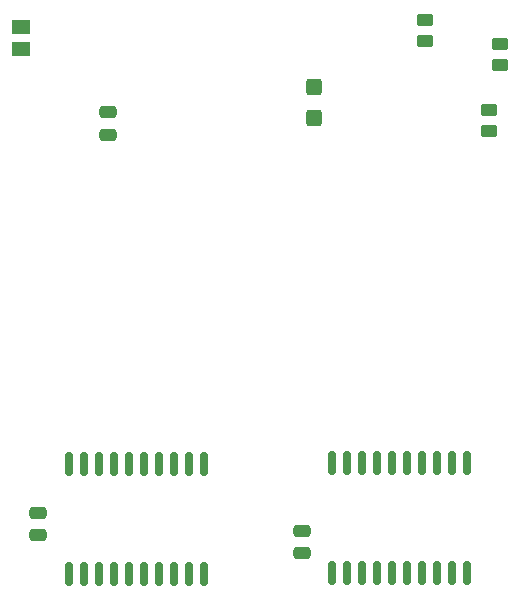
<source format=gbr>
%TF.GenerationSoftware,KiCad,Pcbnew,(6.0.4)*%
%TF.CreationDate,2023-08-14T23:38:21+02:00*%
%TF.ProjectId,TeensyROM,5465656e-7379-4524-9f4d-2e6b69636164,rev?*%
%TF.SameCoordinates,Original*%
%TF.FileFunction,Paste,Bot*%
%TF.FilePolarity,Positive*%
%FSLAX46Y46*%
G04 Gerber Fmt 4.6, Leading zero omitted, Abs format (unit mm)*
G04 Created by KiCad (PCBNEW (6.0.4)) date 2023-08-14 23:38:21*
%MOMM*%
%LPD*%
G01*
G04 APERTURE LIST*
G04 Aperture macros list*
%AMRoundRect*
0 Rectangle with rounded corners*
0 $1 Rounding radius*
0 $2 $3 $4 $5 $6 $7 $8 $9 X,Y pos of 4 corners*
0 Add a 4 corners polygon primitive as box body*
4,1,4,$2,$3,$4,$5,$6,$7,$8,$9,$2,$3,0*
0 Add four circle primitives for the rounded corners*
1,1,$1+$1,$2,$3*
1,1,$1+$1,$4,$5*
1,1,$1+$1,$6,$7*
1,1,$1+$1,$8,$9*
0 Add four rect primitives between the rounded corners*
20,1,$1+$1,$2,$3,$4,$5,0*
20,1,$1+$1,$4,$5,$6,$7,0*
20,1,$1+$1,$6,$7,$8,$9,0*
20,1,$1+$1,$8,$9,$2,$3,0*%
G04 Aperture macros list end*
%ADD10RoundRect,0.150000X-0.150000X0.875000X-0.150000X-0.875000X0.150000X-0.875000X0.150000X0.875000X0*%
%ADD11RoundRect,0.250000X0.425000X-0.450000X0.425000X0.450000X-0.425000X0.450000X-0.425000X-0.450000X0*%
%ADD12RoundRect,0.250000X-0.450000X0.262500X-0.450000X-0.262500X0.450000X-0.262500X0.450000X0.262500X0*%
%ADD13RoundRect,0.250000X-0.475000X0.250000X-0.475000X-0.250000X0.475000X-0.250000X0.475000X0.250000X0*%
%ADD14RoundRect,0.250000X0.475000X-0.250000X0.475000X0.250000X-0.475000X0.250000X-0.475000X-0.250000X0*%
%ADD15R,1.500000X1.300000*%
G04 APERTURE END LIST*
D10*
%TO.C,U2*%
X159301498Y-114946122D03*
X160571498Y-114946122D03*
X161841498Y-114946122D03*
X163111498Y-114946122D03*
X164381498Y-114946122D03*
X165651498Y-114946122D03*
X166921498Y-114946122D03*
X168191498Y-114946122D03*
X169461498Y-114946122D03*
X170731498Y-114946122D03*
X170731498Y-124246122D03*
X169461498Y-124246122D03*
X168191498Y-124246122D03*
X166921498Y-124246122D03*
X165651498Y-124246122D03*
X164381498Y-124246122D03*
X163111498Y-124246122D03*
X161841498Y-124246122D03*
X160571498Y-124246122D03*
X159301498Y-124246122D03*
%TD*%
%TO.C,U3*%
X137078994Y-115012633D03*
X138348994Y-115012633D03*
X139618994Y-115012633D03*
X140888994Y-115012633D03*
X142158994Y-115012633D03*
X143428994Y-115012633D03*
X144698994Y-115012633D03*
X145968994Y-115012633D03*
X147238994Y-115012633D03*
X148508994Y-115012633D03*
X148508994Y-124312633D03*
X147238994Y-124312633D03*
X145968994Y-124312633D03*
X144698994Y-124312633D03*
X143428994Y-124312633D03*
X142158994Y-124312633D03*
X140888994Y-124312633D03*
X139618994Y-124312633D03*
X138348994Y-124312633D03*
X137078994Y-124312633D03*
%TD*%
D11*
%TO.C,C9*%
X157772100Y-85779600D03*
X157772100Y-83079600D03*
%TD*%
D12*
%TO.C,R2*%
X167170100Y-77421100D03*
X167170100Y-79246100D03*
%TD*%
D13*
%TO.C,C8*%
X140373100Y-85257600D03*
X140373100Y-87157600D03*
%TD*%
D14*
%TO.C,C6*%
X156756100Y-122590600D03*
X156756100Y-120690600D03*
%TD*%
D15*
%TO.C,JP1*%
X133007100Y-78018600D03*
X133007100Y-79918600D03*
%TD*%
D12*
%TO.C,R3*%
X172631100Y-85041100D03*
X172631100Y-86866100D03*
%TD*%
%TO.C,R1*%
X173520100Y-79453100D03*
X173520100Y-81278100D03*
%TD*%
D13*
%TO.C,C7*%
X134404100Y-119166600D03*
X134404100Y-121066600D03*
%TD*%
M02*

</source>
